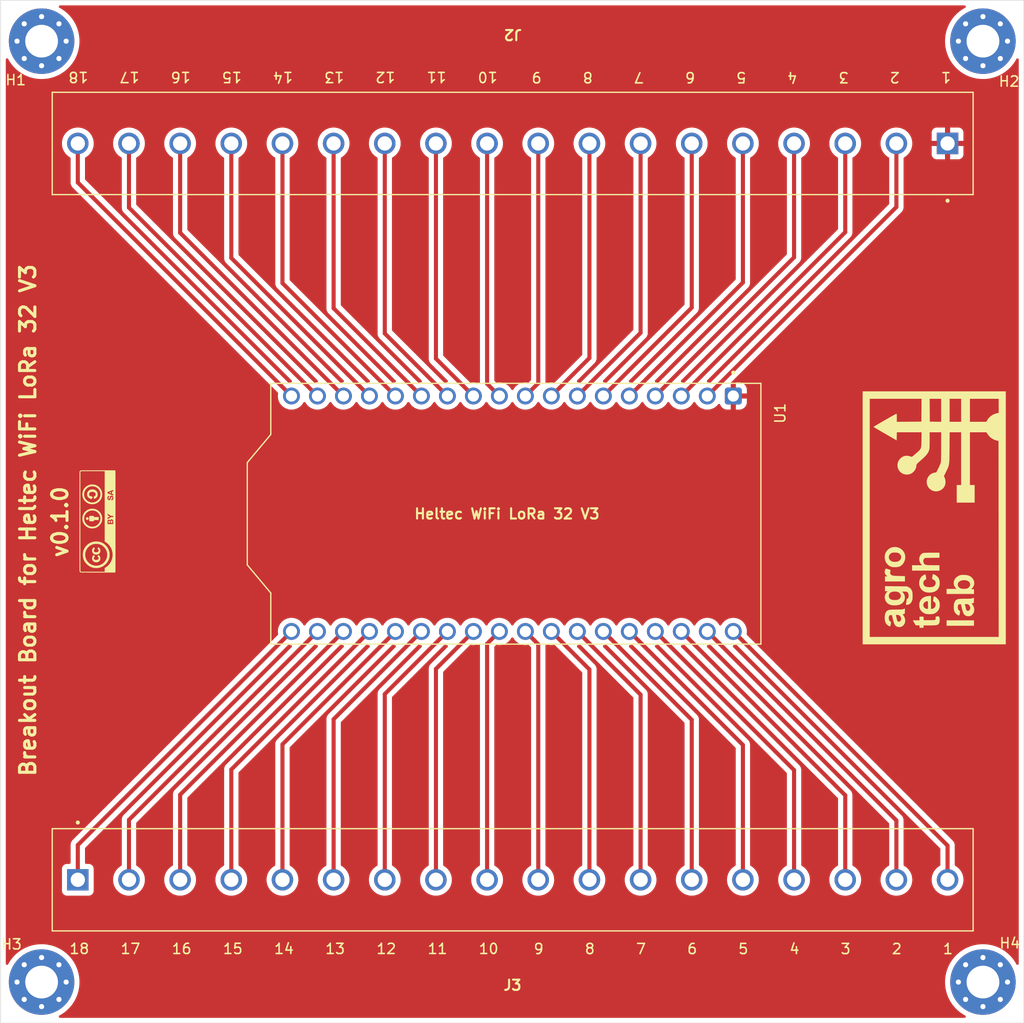
<source format=kicad_pcb>
(kicad_pcb (version 20241229) (generator "pcbnew") (generator_version "9.0")
  (title_block (title "Breakout Board for Heltec WiFi LoRa 32 V3") (date "2025-05-27") (rev "v0.1.0") (company "AgroTechLab (Laboratory for the Development of Agribusiness Technologies)") (comment 1 "IFSC (Federal Institute of Santa Catarina)") (comment 2 "Author: Robson Costa (robson.costa@ifsc.edu.br)") (comment 3 "Licenced under CC-BY-SA 4.0") (comment 4 "Heltec WiFi LoRa 32 V3"))
  (layers (0 "F.Cu" signal) (2 "B.Cu" signal) (13 "F.Paste" user) (15 "B.Paste" user) (5 "F.SilkS" user "F.Silkscreen") (7 "B.SilkS" user "B.Silkscreen") (1 "F.Mask" user) (3 "B.Mask" user) (25 "Edge.Cuts" user))
  (net 0 "")
  (net 1 "Net-(J2-Pin_18)")
  (net 2 "Net-(J2-Pin_14)")
  (net 3 "Net-(J2-Pin_16)")
  (net 4 "Net-(J2-Pin_4)")
  (net 5 "Net-(J2-Pin_11)")
  (net 6 "Net-(J2-Pin_2)")
  (net 7 "Net-(J2-Pin_5)")
  (net 8 "Net-(J2-Pin_3)")
  (net 9 "Net-(J2-Pin_10)")
  (net 10 "Net-(J2-Pin_9)")
  (net 11 "Net-(J2-Pin_17)")
  (net 12 "Net-(J2-Pin_15)")
  (net 13 "Net-(J2-Pin_1)")
  (net 14 "Net-(J2-Pin_8)")
  (net 15 "Net-(J2-Pin_7)")
  (net 16 "Net-(J2-Pin_6)")
  (net 17 "Net-(J2-Pin_13)")
  (net 18 "Net-(J2-Pin_12)")
  (net 19 "Net-(J3-Pin_16)")
  (net 20 "Net-(J3-Pin_15)")
  (net 21 "Net-(J3-Pin_3)")
  (net 22 "Net-(J3-Pin_18)")
  (net 23 "Net-(J3-Pin_7)")
  (net 24 "Net-(J3-Pin_17)")
  (net 25 "Net-(J3-Pin_1)")
  (net 26 "Net-(J3-Pin_10)")
  (net 27 "Net-(J3-Pin_8)")
  (net 28 "Net-(J3-Pin_9)")
  (net 29 "Net-(J3-Pin_13)")
  (net 30 "Net-(J3-Pin_4)")
  (net 31 "Net-(J3-Pin_6)")
  (net 32 "Net-(J3-Pin_14)")
  (net 33 "Net-(J3-Pin_5)")
  (net 34 "Net-(J3-Pin_12)")
  (net 35 "Net-(J3-Pin_2)")
  (net 36 "Net-(J3-Pin_11)")
  (footprint "AgroTechLab:Logo AgroTechLab" (layer "F.Cu") (at 187.25 95.84 90)
    (property "Reference" "U2" (hide yes))
    (property "Value" "Logo AgroTechLab")
  )
  (footprint "AgroTechLab:Logo CC-BY-SA" (layer "F.Cu") (at 105.44 96.19 90)
    (property "Reference" "U3" (hide yes))
    (property "Value" "Logo CC-BY-SA")
  )
  (footprint "AgroTechLab:Heltec WiFi LoRa 32 V3" (layer "F.Cu") (at 145.18 95.4375 -90)
    (property "Reference" "U1" (at -9.825 -26.985 90) (layer "F.SilkS"))
    (property "Value" "~" (hide yes))
    (fp_text user "Heltec WiFi LoRa 32 V3" (at 0.6 8.875 0) (layer "F.SilkS") (effects (font (thickness 0.2) (bold yes)) (justify left bottom)))
    (pad "1" thru_hole roundrect (at -11.51 -22.4 270) (size 1.65 1.65) (drill 1.1) (layers "*.Cu" "*.Mask") (roundrect_rratio 0.1515151515) (net 13 "Net-(J2-Pin_1)"))
    (pad "2" thru_hole circle (at -11.51 -19.86 270) (size 1.65 1.65) (drill 1.1) (layers "*.Cu" "*.Mask") (net 6 "Net-(J2-Pin_2)"))
    (pad "3" thru_hole circle (at -11.51 -17.32 270) (size 1.65 1.65) (drill 1.1) (layers "*.Cu" "*.Mask") (net 8 "Net-(J2-Pin_3)"))
    (pad "4" thru_hole circle (at -11.51 -14.78 270) (size 1.65 1.65) (drill 1.1) (layers "*.Cu" "*.Mask") (net 4 "Net-(J2-Pin_4)"))
    (pad "5" thru_hole circle (at -11.51 -12.24 270) (size 1.65 1.65) (drill 1.1) (layers "*.Cu" "*.Mask") (net 7 "Net-(J2-Pin_5)"))
    (pad "6" thru_hole circle (at -11.51 -9.7 270) (size 1.65 1.65) (drill 1.1) (layers "*.Cu" "*.Mask") (net 16 "Net-(J2-Pin_6)"))
    (pad "7" thru_hole circle (at -11.51 -7.16 270) (size 1.65 1.65) (drill 1.1) (layers "*.Cu" "*.Mask") (net 15 "Net-(J2-Pin_7)"))
    (pad "8" thru_hole circle (at -11.51 -4.62 270) (size 1.65 1.65) (drill 1.1) (layers "*.Cu" "*.Mask") (net 14 "Net-(J2-Pin_8)"))
    (pad "9" thru_hole circle (at -11.51 -2.08 270) (size 1.65 1.65) (drill 1.1) (layers "*.Cu" "*.Mask") (net 10 "Net-(J2-Pin_9)"))
    (pad "10" thru_hole circle (at -11.51 0.46 270) (size 1.65 1.65) (drill 1.1) (layers "*.Cu" "*.Mask") (net 9 "Net-(J2-Pin_10)"))
    (pad "11" thru_hole circle (at -11.51 3 270) (size 1.65 1.65) (drill 1.1) (layers "*.Cu" "*.Mask") (net 5 "Net-(J2-Pin_11)"))
    (pad "12" thru_hole circle (at -11.51 5.54 270) (size 1.65 1.65) (drill 1.1) (layers "*.Cu" "*.Mask") (net 18 "Net-(J2-Pin_12)"))
    (pad "13" thru_hole circle (at -11.51 8.08 270) (size 1.65 1.65) (drill 1.1) (layers "*.Cu" "*.Mask") (net 17 "Net-(J2-Pin_13)"))
    (pad "14" thru_hole circle (at -11.51 10.62 270) (size 1.65 1.65) (drill 1.1) (layers "*.Cu" "*.Mask") (net 2 "Net-(J2-Pin_14)"))
    (pad "15" thru_hole circle (at -11.51 13.16 270) (size 1.65 1.65) (drill 1.1) (layers "*.Cu" "*.Mask") (net 12 "Net-(J2-Pin_15)"))
    (pad "16" thru_hole circle (at -11.51 15.7 270) (size 1.65 1.65) (drill 1.1) (layers "*.Cu" "*.Mask") (net 3 "Net-(J2-Pin_16)"))
    (pad "17" thru_hole circle (at -11.51 18.24 270) (size 1.65 1.65) (drill 1.1) (layers "*.Cu" "*.Mask") (net 11 "Net-(J2-Pin_17)"))
    (pad "18" thru_hole circle (at -11.51 20.78 270) (size 1.65 1.65) (drill 1.1) (layers "*.Cu" "*.Mask") (net 1 "Net-(J2-Pin_18)"))
    (pad "19" thru_hole circle (at 11.51 -22.4 270) (size 1.65 1.65) (drill 1.1) (layers "*.Cu" "*.Mask") (net 22 "Net-(J3-Pin_18)"))
    (pad "20" thru_hole circle (at 11.51 -19.86 270) (size 1.65 1.65) (drill 1.1) (layers "*.Cu" "*.Mask") (net 24 "Net-(J3-Pin_17)"))
    (pad "21" thru_hole circle (at 11.51 -17.32 270) (size 1.65 1.65) (drill 1.1) (layers "*.Cu" "*.Mask") (net 19 "Net-(J3-Pin_16)"))
    (pad "22" thru_hole circle (at 11.51 -14.78 270) (size 1.65 1.65) (drill 1.1) (layers "*.Cu" "*.Mask") (net 20 "Net-(J3-Pin_15)"))
    (pad "23" thru_hole circle (at 11.51 -12.24 270) (size 1.65 1.65) (drill 1.1) (layers "*.Cu" "*.Mask") (net 32 "Net-(J3-Pin_14)"))
    (pad "24" thru_hole circle (at 11.51 -9.7 270) (size 1.65 1.65) (drill 1.1) (layers "*.Cu" "*.Mask") (net 29 "Net-(J3-Pin_13)"))
    (pad "25" thru_hole circle (at 11.51 -7.16 270) (size 1.65 1.65) (drill 1.1) (layers "*.Cu" "*.Mask") (net 34 "Net-(J3-Pin_12)"))
    (pad "26" thru_hole circle (at 11.51 -4.62 270) (size 1.65 1.65) (drill 1.1) (layers "*.Cu" "*.Mask") (net 36 "Net-(J3-Pin_11)"))
    (pad "27" thru_hole circle (at 11.51 -2.08 270) (size 1.65 1.65) (drill 1.1) (layers "*.Cu" "*.Mask") (net 26 "Net-(J3-Pin_10)"))
    (pad "28" thru_hole circle (at 11.51 0.46 270) (size 1.65 1.65) (drill 1.1) (layers "*.Cu" "*.Mask") (net 28 "Net-(J3-Pin_9)"))
    (pad "29" thru_hole circle (at 11.51 3 270) (size 1.65 1.65) (drill 1.1) (layers "*.Cu" "*.Mask") (net 27 "Net-(J3-Pin_8)"))
    (pad "30" thru_hole circle (at 11.51 5.54 270) (size 1.65 1.65) (drill 1.1) (layers "*.Cu" "*.Mask") (net 23 "Net-(J3-Pin_7)"))
    (pad "31" thru_hole circle (at 11.51 8.08 270) (size 1.65 1.65) (drill 1.1) (layers "*.Cu" "*.Mask") (net 31 "Net-(J3-Pin_6)"))
    (pad "32" thru_hole circle (at 11.51 10.62 270) (size 1.65 1.65) (drill 1.1) (layers "*.Cu" "*.Mask") (net 33 "Net-(J3-Pin_5)"))
    (pad "33" thru_hole circle (at 11.51 13.16 270) (size 1.65 1.65) (drill 1.1) (layers "*.Cu" "*.Mask") (net 30 "Net-(J3-Pin_4)"))
    (pad "34" thru_hole circle (at 11.51 15.7 270) (size 1.65 1.65) (drill 1.1) (layers "*.Cu" "*.Mask") (net 21 "Net-(J3-Pin_3)"))
    (pad "35" thru_hole circle (at 11.51 18.24 270) (size 1.65 1.65) (drill 1.1) (layers "*.Cu" "*.Mask") (net 35 "Net-(J3-Pin_2)"))
    (pad "36" thru_hole circle (at 11.51 20.78 270) (size 1.65 1.65) (drill 1.1) (layers "*.Cu" "*.Mask") (net 25 "Net-(J3-Pin_1)"))
  )
  (footprint "MountingHole:MountingHole_3.2mm_M3_Pad_Via" (layer "F.Cu") (at 191.98 49.23)
    (property "Reference" "H2" (at 2.55 3.94 0) (layer "F.SilkS"))
    (property "Value" "MountingHole")
    (pad "1" thru_hole circle (at -2.4 0) (size 0.8 0.8) (drill 0.5) (layers "*.Cu" "*.Mask"))
    (pad "1" thru_hole circle (at -1.697056 -1.697056) (size 0.8 0.8) (drill 0.5) (layers "*.Cu" "*.Mask"))
    (pad "1" thru_hole circle (at -1.697056 1.697056) (size 0.8 0.8) (drill 0.5) (layers "*.Cu" "*.Mask"))
    (pad "1" thru_hole circle (at 0 -2.4) (size 0.8 0.8) (drill 0.5) (layers "*.Cu" "*.Mask"))
    (pad "1" thru_hole circle (at 0 0) (size 6.4 6.4) (drill 3.2) (layers "*.Cu" "*.Mask"))
    (pad "1" thru_hole circle (at 0 2.4) (size 0.8 0.8) (drill 0.5) (layers "*.Cu" "*.Mask"))
    (pad "1" thru_hole circle (at 1.697056 -1.697056) (size 0.8 0.8) (drill 0.5) (layers "*.Cu" "*.Mask"))
    (pad "1" thru_hole circle (at 1.697056 1.697056) (size 0.8 0.8) (drill 0.5) (layers "*.Cu" "*.Mask"))
    (pad "1" thru_hole circle (at 2.4 0) (size 0.8 0.8) (drill 0.5) (layers "*.Cu" "*.Mask"))
  )
  (footprint "MountingHole:MountingHole_3.2mm_M3_Pad_Via" (layer "F.Cu") (at 99.98 49.23)
    (property "Reference" "H1" (at -2.53 3.8 0) (layer "F.SilkS"))
    (property "Value" "MountingHole")
    (pad "1" thru_hole circle (at -2.4 0) (size 0.8 0.8) (drill 0.5) (layers "*.Cu" "*.Mask"))
    (pad "1" thru_hole circle (at -1.697056 -1.697056) (size 0.8 0.8) (drill 0.5) (layers "*.Cu" "*.Mask"))
    (pad "1" thru_hole circle (at -1.697056 1.697056) (size 0.8 0.8) (drill 0.5) (layers "*.Cu" "*.Mask"))
    (pad "1" thru_hole circle (at 0 -2.4) (size 0.8 0.8) (drill 0.5) (layers "*.Cu" "*.Mask"))
    (pad "1" thru_hole circle (at 0 0) (size 6.4 6.4) (drill 3.2) (layers "*.Cu" "*.Mask"))
    (pad "1" thru_hole circle (at 0 2.4) (size 0.8 0.8) (drill 0.5) (layers "*.Cu" "*.Mask"))
    (pad "1" thru_hole circle (at 1.697056 -1.697056) (size 0.8 0.8) (drill 0.5) (layers "*.Cu" "*.Mask"))
    (pad "1" thru_hole circle (at 1.697056 1.697056) (size 0.8 0.8) (drill 0.5) (layers "*.Cu" "*.Mask"))
    (pad "1" thru_hole circle (at 2.4 0) (size 0.8 0.8) (drill 0.5) (layers "*.Cu" "*.Mask"))
  )
  (footprint "AgroTechLab:TE_1-282856-8" (layer "F.Cu") (at 146.02 59.23 180)
    (property "Reference" "J2" (at -0.02 10.64 180) (layer "F.SilkS") (effects (font (thickness 0.2) (bold yes))))
    (property "Value" "Screw_Terminal_01x18")
    (pad "1" thru_hole rect (at -42.5 0 180) (size 2.1 2.1) (drill 1.4) (layers "*.Cu" "*.Mask") (net 13 "Net-(J2-Pin_1)"))
    (pad "2" thru_hole circle (at -37.5 0 180) (size 2.1 2.1) (drill 1.4) (layers "*.Cu" "*.Mask") (net 6 "Net-(J2-Pin_2)"))
    (pad "3" thru_hole circle (at -32.5 0 180) (size 2.1 2.1) (drill 1.4) (layers "*.Cu" "*.Mask") (net 8 "Net-(J2-Pin_3)"))
    (pad "4" thru_hole circle (at -27.5 0 180) (size 2.1 2.1) (drill 1.4) (layers "*.Cu" "*.Mask") (net 4 "Net-(J2-Pin_4)"))
    (pad "5" thru_hole circle (at -22.5 0 180) (size 2.1 2.1) (drill 1.4) (layers "*.Cu" "*.Mask") (net 7 "Net-(J2-Pin_5)"))
    (pad "6" thru_hole circle (at -17.5 0 180) (size 2.1 2.1) (drill 1.4) (layers "*.Cu" "*.Mask") (net 16 "Net-(J2-Pin_6)"))
    (pad "7" thru_hole circle (at -12.5 0 180) (size 2.1 2.1) (drill 1.4) (layers "*.Cu" "*.Mask") (net 15 "Net-(J2-Pin_7)"))
    (pad "8" thru_hole circle (at -7.5 0 180) (size 2.1 2.1) (drill 1.4) (layers "*.Cu" "*.Mask") (net 14 "Net-(J2-Pin_8)"))
    (pad "9" thru_hole circle (at -2.5 0 180) (size 2.1 2.1) (drill 1.4) (layers "*.Cu" "*.Mask") (net 10 "Net-(J2-Pin_9)"))
    (pad "10" thru_hole circle (at 2.5 0 180) (size 2.1 2.1) (drill 1.4) (layers "*.Cu" "*.Mask") (net 9 "Net-(J2-Pin_10)"))
    (pad "11" thru_hole circle (at 7.5 0 180) (size 2.1 2.1) (drill 1.4) (layers "*.Cu" "*.Mask") (net 5 "Net-(J2-Pin_11)"))
    (pad "12" thru_hole circle (at 12.5 0 180) (size 2.1 2.1) (drill 1.4) (layers "*.Cu" "*.Mask") (net 18 "Net-(J2-Pin_12)"))
    (pad "13" thru_hole circle (at 17.5 0 180) (size 2.1 2.1) (drill 1.4) (layers "*.Cu" "*.Mask") (net 17 "Net-(J2-Pin_13)"))
    (pad "14" thru_hole circle (at 22.5 0 180) (size 2.1 2.1) (drill 1.4) (layers "*.Cu" "*.Mask") (net 2 "Net-(J2-Pin_14)"))
    (pad "15" thru_hole circle (at 27.5 0 180) (size 2.1 2.1) (drill 1.4) (layers "*.Cu" "*.Mask") (net 12 "Net-(J2-Pin_15)"))
    (pad "16" thru_hole circle (at 32.5 0 180) (size 2.1 2.1) (drill 1.4) (layers "*.Cu" "*.Mask") (net 3 "Net-(J2-Pin_16)"))
    (pad "17" thru_hole circle (at 37.5 0 180) (size 2.1 2.1) (drill 1.4) (layers "*.Cu" "*.Mask") (net 11 "Net-(J2-Pin_17)"))
    (pad "18" thru_hole circle (at 42.5 0 180) (size 2.1 2.1) (drill 1.4) (layers "*.Cu" "*.Mask") (net 1 "Net-(J2-Pin_18)"))
  )
  (footprint "MountingHole:MountingHole_3.2mm_M3_Pad_Via" (layer "F.Cu") (at 191.98 141.23)
    (property "Reference" "H4" (at 2.62 -3.8 0) (layer "F.SilkS"))
    (property "Value" "MountingHole")
    (pad "1" thru_hole circle (at -2.4 0) (size 0.8 0.8) (drill 0.5) (layers "*.Cu" "*.Mask"))
    (pad "1" thru_hole circle (at -1.697056 -1.697056) (size 0.8 0.8) (drill 0.5) (layers "*.Cu" "*.Mask"))
    (pad "1" thru_hole circle (at -1.697056 1.697056) (size 0.8 0.8) (drill 0.5) (layers "*.Cu" "*.Mask"))
    (pad "1" thru_hole circle (at 0 -2.4) (size 0.8 0.8) (drill 0.5) (layers "*.Cu" "*.Mask"))
    (pad "1" thru_hole circle (at 0 0) (size 6.4 6.4) (drill 3.2) (layers "*.Cu" "*.Mask"))
    (pad "1" thru_hole circle (at 0 2.4) (size 0.8 0.8) (drill 0.5) (layers "*.Cu" "*.Mask"))
    (pad "1" thru_hole circle (at 1.697056 -1.697056) (size 0.8 0.8) (drill 0.5) (layers "*.Cu" "*.Mask"))
    (pad "1" thru_hole circle (at 1.697056 1.697056) (size 0.8 0.8) (drill 0.5) (layers "*.Cu" "*.Mask"))
    (pad "1" thru_hole circle (at 2.4 0) (size 0.8 0.8) (drill 0.5) (layers "*.Cu" "*.Mask"))
  )
  (footprint "AgroTechLab:TE_1-282856-8" (layer "F.Cu") (at 146.02 131.23)
    (property "Reference" "J3" (at -0.02 10.31 0) (layer "F.SilkS") (effects (font (thickness 0.2) (bold yes))))
    (property "Value" "Screw_Terminal_01x18")
    (pad "1" thru_hole rect (at -42.5 0) (size 2.1 2.1) (drill 1.4) (layers "*.Cu" "*.Mask") (net 25 "Net-(J3-Pin_1)"))
    (pad "2" thru_hole circle (at -37.5 0) (size 2.1 2.1) (drill 1.4) (layers "*.Cu" "*.Mask") (net 35 "Net-(J3-Pin_2)"))
    (pad "3" thru_hole circle (at -32.5 0) (size 2.1 2.1) (drill 1.4) (layers "*.Cu" "*.Mask") (net 21 "Net-(J3-Pin_3)"))
    (pad "4" thru_hole circle (at -27.5 0) (size 2.1 2.1) (drill 1.4) (layers "*.Cu" "*.Mask") (net 30 "Net-(J3-Pin_4)"))
    (pad "5" thru_hole circle (at -22.5 0) (size 2.1 2.1) (drill 1.4) (layers "*.Cu" "*.Mask") (net 33 "Net-(J3-Pin_5)"))
    (pad "6" thru_hole circle (at -17.5 0) (size 2.1 2.1) (drill 1.4) (layers "*.Cu" "*.Mask") (net 31 "Net-(J3-Pin_6)"))
    (pad "7" thru_hole circle (at -12.5 0) (size 2.1 2.1) (drill 1.4) (layers "*.Cu" "*.Mask") (net 23 "Net-(J3-Pin_7)"))
    (pad "8" thru_hole circle (at -7.5 0) (size 2.1 2.1) (drill 1.4) (layers "*.Cu" "*.Mask") (net 27 "Net-(J3-Pin_8)"))
    (pad "9" thru_hole circle (at -2.5 0) (size 2.1 2.1) (drill 1.4) (layers "*.Cu" "*.Mask") (net 28 "Net-(J3-Pin_9)"))
    (pad "10" thru_hole circle (at 2.5 0) (size 2.1 2.1) (drill 1.4) (layers "*.Cu" "*.Mask") (net 26 "Net-(J3-Pin_10)"))
    (pad "11" thru_hole circle (at 7.5 0) (size 2.1 2.1) (drill 1.4) (layers "*.Cu" "*.Mask") (net 36 "Net-(J3-Pin_11)"))
    (pad "12" thru_hole circle (at 12.5 0) (size 2.1 2.1) (drill 1.4) (layers "*.Cu" "*.Mask") (net 34 "Net-(J3-Pin_12)"))
    (pad "13" thru_hole circle (at 17.5 0) (size 2.1 2.1) (drill 1.4) (layers "*.Cu" "*.Mask") (net 29 "Net-(J3-Pin_13)"))
    (pad "14" thru_hole circle (at 22.5 0) (size 2.1 2.1) (drill 1.4) (layers "*.Cu" "*.Mask") (net 32 "Net-(J3-Pin_14)"))
    (pad "15" thru_hole circle (at 27.5 0) (size 2.1 2.1) (drill 1.4) (layers "*.Cu" "*.Mask") (net 20 "Net-(J3-Pin_15)"))
    (pad "16" thru_hole circle (at 32.5 0) (size 2.1 2.1) (drill 1.4) (layers "*.Cu" "*.Mask") (net 19 "Net-(J3-Pin_16)"))
    (pad "17" thru_hole circle (at 37.5 0) (size 2.1 2.1) (drill 1.4) (layers "*.Cu" "*.Mask") (net 24 "Net-(J3-Pin_17)"))
    (pad "18" thru_hole circle (at 42.5 0) (size 2.1 2.1) (drill 1.4) (layers "*.Cu" "*.Mask") (net 22 "Net-(J3-Pin_18)"))
  )
  (footprint "MountingHole:MountingHole_3.2mm_M3_Pad_Via" (layer "F.Cu") (at 99.98 141.23)
    (property "Reference" "H3" (at -2.94 -3.69 0) (layer "F.SilkS"))
    (property "Value" "MountingHole")
    (pad "1" thru_hole circle (at -2.4 0) (size 0.8 0.8) (drill 0.5) (layers "*.Cu" "*.Mask"))
    (pad "1" thru_hole circle (at -1.697056 -1.697056) (size 0.8 0.8) (drill 0.5) (layers "*.Cu" "*.Mask"))
    (pad "1" thru_hole circle (at -1.697056 1.697056) (size 0.8 0.8) (drill 0.5) (layers "*.Cu" "*.Mask"))
    (pad "1" thru_hole circle (at 0 -2.4) (size 0.8 0.8) (drill 0.5) (layers "*.Cu" "*.Mask"))
    (pad "1" thru_hole circle (at 0 0) (size 6.4 6.4) (drill 3.2) (layers "*.Cu" "*.Mask"))
    (pad "1" thru_hole circle (at 0 2.4) (size 0.8 0.8) (drill 0.5) (layers "*.Cu" "*.Mask"))
    (pad "1" thru_hole circle (at 1.697056 -1.697056) (size 0.8 0.8) (drill 0.5) (layers "*.Cu" "*.Mask"))
    (pad "1" thru_hole circle (at 1.697056 1.697056) (size 0.8 0.8) (drill 0.5) (layers "*.Cu" "*.Mask"))
    (pad "1" thru_hole circle (at 2.4 0) (size 0.8 0.8) (drill 0.5) (layers "*.Cu" "*.Mask"))
  )
  (gr_rect (start 95.98 45.23) (end 195.98 145.23) (stroke (width 0.05)) (fill no) (layer "Edge.Cuts"))
  (gr_text "11" (at 138.67 137.98 0) (layer "F.SilkS") (effects (font (size 1 1))))
  (gr_text "18" (at 103.67 137.98 0) (layer "F.SilkS") (effects (font (size 1 1))))
  (gr_text "2" (at 183.56 137.99 0) (layer "F.SilkS") (effects (font (size 1 1))))
  (gr_text "5" (at 168.56 137.99 0) (layer "F.SilkS") (effects (font (size 1 1))))
  (gr_text "13" (at 128.67 137.98 0) (layer "F.SilkS") (effects (font (size 1 1))))
  (gr_text "14" (at 123.57 52.74 180) (layer "F.SilkS") (effects (font (size 1 1))))
  (gr_text "8" (at 153.56 137.99 0) (layer "F.SilkS") (effects (font (size 1 1))))
  (gr_text "2" (at 183.36 52.76 180) (layer "F.SilkS") (effects (font (size 1 1))))
  (gr_text "1" (at 188.36 52.76 180) (layer "F.SilkS") (effects (font (size 1 1))))
  (gr_text "Breakout Board for Heltec WiFi LoRa 32 V3" (at 99.52 121.27 90) (layer "F.SilkS") (effects (font (size 1.5 1.5) (thickness 0.3) (bold yes)) (justify left bottom)))
  (gr_text "5" (at 168.36 52.76 180) (layer "F.SilkS") (effects (font (size 1 1))))
  (gr_text "3" (at 178.36 52.76 180) (layer "F.SilkS") (effects (font (size 1 1))))
  (gr_text "6" (at 163.36 52.76 180) (layer "F.SilkS") (effects (font (size 1 1))))
  (gr_text "4" (at 173.36 52.76 180) (layer "F.SilkS") (effects (font (size 1 1))))
  (gr_text "9" (at 148.36 52.76 180) (layer "F.SilkS") (effects (font (size 1 1))))
  (gr_text "3" (at 178.56 137.99 0) (layer "F.SilkS") (effects (font (size 1 1))))
  (gr_text "12" (at 133.67 137.98 0) (layer "F.SilkS") (effects (font (size 1 1))))
  (gr_text "18" (at 103.57 52.74 180) (layer "F.SilkS") (effects (font (size 1 1))))
  (gr_text "7" (at 158.56 137.99 0) (layer "F.SilkS") (effects (font (size 1 1))))
  (gr_text "9" (at 148.56 137.99 0) (layer "F.SilkS") (effects (font (size 1 1))))
  (gr_text "v0.1.0" (at 102.66 99.86 90) (layer "F.SilkS") (effects (font (size 1.5 1.5) (thickness 0.3) (bold yes)) (justify left bottom)))
  (gr_text "10" (at 143.67 137.98 0) (layer "F.SilkS") (effects (font (size 1 1))))
  (gr_text "15" (at 118.57 52.74 180) (layer "F.SilkS") (effects (font (size 1 1))))
  (gr_text "17" (at 108.57 52.74 180) (layer "F.SilkS") (effects (font (size 1 1))))
  (gr_text "14" (at 123.67 137.98 0) (layer "F.SilkS") (effects (font (size 1 1))))
  (gr_text "13" (at 128.57 52.74 180) (layer "F.SilkS") (effects (font (size 1 1))))
  (gr_text "12" (at 133.57 52.74 180) (layer "F.SilkS") (effects (font (size 1 1))))
  (gr_text "17" (at 108.67 137.98 0) (layer "F.SilkS") (effects (font (size 1 1))))
  (gr_text "6" (at 163.56 137.99 0) (layer "F.SilkS") (effects (font (size 1 1))))
  (gr_text "4" (at 173.56 137.99 0) (layer "F.SilkS") (effects (font (size 1 1))))
  (gr_text "16" (at 113.67 137.98 0) (layer "F.SilkS") (effects (font (size 1 1))))
  (gr_text "10" (at 143.57 52.74 180) (layer "F.SilkS") (effects (font (size 1 1))))
  (gr_text "1" (at 188.56 137.99 0) (layer "F.SilkS") (effects (font (size 1 1))))
  (gr_text "8" (at 153.36 52.76 180) (layer "F.SilkS") (effects (font (size 1 1))))
  (gr_text "11" (at 138.57 52.74 180) (layer "F.SilkS") (effects (font (size 1 1))))
  (gr_text "16" (at 113.57 52.74 180) (layer "F.SilkS") (effects (font (size 1 1))))
  (gr_text "15" (at 118.67 137.98 0) (layer "F.SilkS") (effects (font (size 1 1))))
  (gr_text "7" (at 158.36 52.76 180) (layer "F.SilkS") (effects (font (size 1 1))))
  (segment (start 103.52 63.0475) (end 124.4 83.9275) (width 0.4) (layer "F.Cu") (net 1))
  (segment (start 103.52 59.23) (end 103.52 63.0475) (width 0.4) (layer "F.Cu") (net 1))
  (segment (start 123.52 72.8875) (end 134.56 83.9275) (width 0.4) (layer "F.Cu") (net 2))
  (segment (start 123.52 59.23) (end 123.52 72.8875) (width 0.4) (layer "F.Cu") (net 2))
  (segment (start 113.52 67.9675) (end 129.48 83.9275) (width 0.4) (layer "F.Cu") (net 3))
  (segment (start 113.52 59.23) (end 113.52 67.9675) (width 0.4) (layer "F.Cu") (net 3))
  (segment (start 173.52 59.23) (end 173.52 70.3675) (width 0.4) (layer "F.Cu") (net 4))
  (segment (start 173.52 70.3675) (end 159.96 83.9275) (width 0.4) (layer "F.Cu") (net 4))
  (segment (start 138.52 80.2675) (end 142.18 83.9275) (width 0.4) (layer "F.Cu") (net 5))
  (segment (start 138.52 59.23) (end 138.52 80.2675) (width 0.4) (layer "F.Cu") (net 5))
  (segment (start 183.52 59.23) (end 183.52 65.4475) (width 0.4) (layer "F.Cu") (net 6))
  (segment (start 183.52 65.4475) (end 165.04 83.9275) (width 0.4) (layer "F.Cu") (net 6))
  (segment (start 168.52 59.23) (end 168.52 72.8275) (width 0.4) (layer "F.Cu") (net 7))
  (segment (start 168.52 72.8275) (end 157.42 83.9275) (width 0.4) (layer "F.Cu") (net 7))
  (segment (start 178.52 67.9075) (end 162.5 83.9275) (width 0.4) (layer "F.Cu") (net 8))
  (segment (start 178.52 59.23) (end 178.52 67.9075) (width 0.4) (layer "F.Cu") (net 8))
  (segment (start 143.52 59.23) (end 143.52 82.7275) (width 0.4) (layer "F.Cu") (net 9))
  (segment (start 143.52 82.7275) (end 144.72 83.9275) (width 0.4) (layer "F.Cu") (net 9))
  (segment (start 148.52 59.23) (end 148.52 82.6675) (width 0.4) (layer "F.Cu") (net 10))
  (segment (start 148.52 82.6675) (end 147.26 83.9275) (width 0.4) (layer "F.Cu") (net 10))
  (segment (start 108.52 59.23) (end 108.52 65.5075) (width 0.4) (layer "F.Cu") (net 11))
  (segment (start 108.52 65.5075) (end 126.94 83.9275) (width 0.4) (layer "F.Cu") (net 11))
  (segment (start 118.52 70.4275) (end 132.02 83.9275) (width 0.4) (layer "F.Cu") (net 12))
  (segment (start 118.52 59.23) (end 118.52 70.4275) (width 0.4) (layer "F.Cu") (net 12))
  (segment (start 153.52 59.23) (end 153.52 80.2075) (width 0.4) (layer "F.Cu") (net 14))
  (segment (start 153.52 80.2075) (end 149.8 83.9275) (width 0.4) (layer "F.Cu") (net 14))
  (segment (start 158.52 59.23) (end 158.52 77.7475) (width 0.4) (layer "F.Cu") (net 15))
  (segment (start 158.52 77.7475) (end 152.34 83.9275) (width 0.4) (layer "F.Cu") (net 15))
  (segment (start 163.52 59.23) (end 163.52 75.2875) (width 0.4) (layer "F.Cu") (net 16))
  (segment (start 163.52 75.2875) (end 154.88 83.9275) (width 0.4) (layer "F.Cu") (net 16))
  (segment (start 128.52 75.3475) (end 137.1 83.9275) (width 0.4) (layer "F.Cu") (net 17))
  (segment (start 128.52 59.23) (end 128.52 75.3475) (width 0.4) (layer "F.Cu") (net 17))
  (segment (start 133.52 77.8075) (end 139.64 83.9275) (width 0.4) (layer "F.Cu") (net 18))
  (segment (start 133.52 59.23) (end 133.52 77.8075) (width 0.4) (layer "F.Cu") (net 18))
  (segment (start 178.52 131.23) (end 178.52 122.9675) (width 0.4) (layer "F.Cu") (net 19))
  (segment (start 178.52 122.9675) (end 162.5 106.9475) (width 0.4) (layer "F.Cu") (net 19))
  (segment (start 173.52 120.5075) (end 159.96 106.9475) (width 0.4) (layer "F.Cu") (net 20))
  (segment (start 173.52 131.23) (end 173.52 120.5075) (width 0.4) (layer "F.Cu") (net 20))
  (segment (start 113.52 131.23) (end 113.52 122.9075) (width 0.4) (layer "F.Cu") (net 21))
  (segment (start 113.52 122.9075) (end 129.48 106.9475) (width 0.4) (layer "F.Cu") (net 21))
  (segment (start 188.52 131.23) (end 188.52 127.8875) (width 0.4) (layer "F.Cu") (net 22))
  (segment (start 188.52 127.8875) (end 167.58 106.9475) (width 0.4) (layer "F.Cu") (net 22))
  (segment (start 133.52 113.0675) (end 139.64 106.9475) (width 0.4) (layer "F.Cu") (net 23))
  (segment (start 133.52 131.23) (end 133.52 113.0675) (width 0.4) (layer "F.Cu") (net 23))
  (segment (start 183.52 125.4275) (end 165.04 106.9475) (width 0.4) (layer "F.Cu") (net 24))
  (segment (start 183.52 131.23) (end 183.52 125.4275) (width 0.4) (layer "F.Cu") (net 24))
  (segment (start 103.52 127.8275) (end 124.4 106.9475) (width 0.4) (layer "F.Cu") (net 25))
  (segment (start 103.52 131.23) (end 103.52 127.8275) (width 0.4) (layer "F.Cu") (net 25))
  (segment (start 148.52 131.23) (end 148.52 108.2075) (width 0.4) (layer "F.Cu") (net 26))
  (segment (start 148.52 108.2075) (end 147.26 106.9475) (width 0.4) (layer "F.Cu") (net 26))
  (segment (start 138.52 110.6075) (end 142.18 106.9475) (width 0.4) (layer "F.Cu") (net 27))
  (segment (start 138.52 131.23) (end 138.52 110.6075) (width 0.4) (layer "F.Cu") (net 27))
  (segment (start 143.52 131.23) (end 143.52 108.1475) (width 0.4) (layer "F.Cu") (net 28))
  (segment (start 143.52 108.1475) (end 144.72 106.9475) (width 0.4) (layer "F.Cu") (net 28))
  (segment (start 163.52 131.23) (end 163.52 115.5875) (width 0.4) (layer "F.Cu") (net 29))
  (segment (start 163.52 115.5875) (end 154.88 106.9475) (width 0.4) (layer "F.Cu") (net 29))
  (segment (start 118.52 131.23) (end 118.52 120.4475) (width 0.4) (layer "F.Cu") (net 30))
  (segment (start 118.52 120.4475) (end 132.02 106.9475) (width 0.4) (layer "F.Cu") (net 30))
  (segment (start 128.52 115.5275) (end 137.1 106.9475) (width 0.4) (layer "F.Cu") (net 31))
  (segment (start 128.52 131.23) (end 128.52 115.5275) (width 0.4) (layer "F.Cu") (net 31))
  (segment (start 168.52 118.0475) (end 157.42 106.9475) (width 0.4) (layer "F.Cu") (net 32))
  (segment (start 168.52 131.23) (end 168.52 118.0475) (width 0.4) (layer "F.Cu") (net 32))
  (segment (start 123.52 131.23) (end 123.52 117.9875) (width 0.4) (layer "F.Cu") (net 33))
  (segment (start 123.52 117.9875) (end 134.56 106.9475) (width 0.4) (layer "F.Cu") (net 33))
  (segment (start 158.52 131.23) (end 158.52 113.1275) (width 0.4) (layer "F.Cu") (net 34))
  (segment (start 158.52 113.1275) (end 152.34 106.9475) (width 0.4) (layer "F.Cu") (net 34))
  (segment (start 108.52 125.3675) (end 126.94 106.9475) (width 0.4) (layer "F.Cu") (net 35))
  (segment (start 108.52 131.23) (end 108.52 125.3675) (width 0.4) (layer "F.Cu") (net 35))
  (segment (start 153.52 110.6675) (end 149.8 106.9475) (width 0.4) (layer "F.Cu") (net 36))
  (segment (start 153.52 131.23) (end 153.52 110.6675) (width 0.4) (layer "F.Cu") (net 36))
  (zone (net 13) (net_name "Net-(J2-Pin_1)") (layer "F.Cu") (connect_pads (clearance 0.5)) (min_thickness 0.25) (fill yes (thermal_gap 0.5) (thermal_bridge_width 0.5))
    (polygon (pts (xy 96.03 45.28) (xy 195.93 45.28) (xy 195.93 145.18) (xy 96.03 145.18)))
  )
)
</source>
